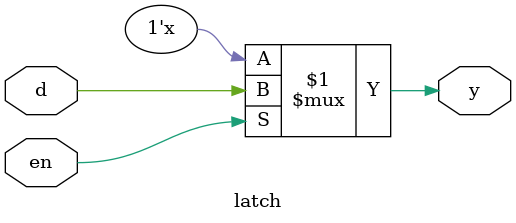
<source format=v>
module latch
(input d,en,
 output y);

assign y=en?d:1'bZ;
endmodule
</source>
